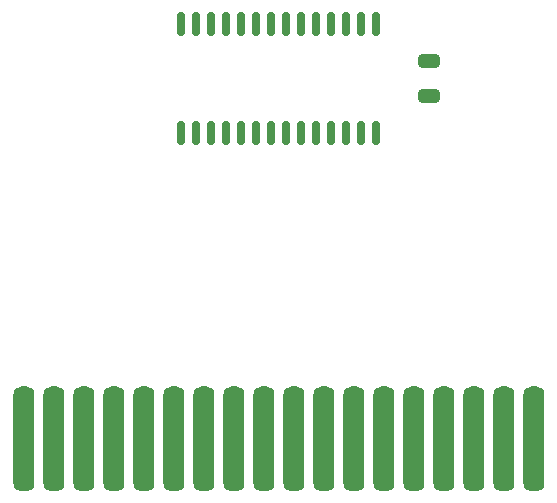
<source format=gbr>
%TF.GenerationSoftware,KiCad,Pcbnew,(6.0.0)*%
%TF.CreationDate,2022-01-01T20:47:22+01:00*%
%TF.ProjectId,vectrex,76656374-7265-4782-9e6b-696361645f70,rev?*%
%TF.SameCoordinates,Original*%
%TF.FileFunction,Paste,Top*%
%TF.FilePolarity,Positive*%
%FSLAX46Y46*%
G04 Gerber Fmt 4.6, Leading zero omitted, Abs format (unit mm)*
G04 Created by KiCad (PCBNEW (6.0.0)) date 2022-01-01 20:47:22*
%MOMM*%
%LPD*%
G01*
G04 APERTURE LIST*
G04 Aperture macros list*
%AMRoundRect*
0 Rectangle with rounded corners*
0 $1 Rounding radius*
0 $2 $3 $4 $5 $6 $7 $8 $9 X,Y pos of 4 corners*
0 Add a 4 corners polygon primitive as box body*
4,1,4,$2,$3,$4,$5,$6,$7,$8,$9,$2,$3,0*
0 Add four circle primitives for the rounded corners*
1,1,$1+$1,$2,$3*
1,1,$1+$1,$4,$5*
1,1,$1+$1,$6,$7*
1,1,$1+$1,$8,$9*
0 Add four rect primitives between the rounded corners*
20,1,$1+$1,$2,$3,$4,$5,0*
20,1,$1+$1,$4,$5,$6,$7,0*
20,1,$1+$1,$6,$7,$8,$9,0*
20,1,$1+$1,$8,$9,$2,$3,0*%
G04 Aperture macros list end*
%ADD10RoundRect,0.150000X-0.150000X0.875000X-0.150000X-0.875000X0.150000X-0.875000X0.150000X0.875000X0*%
%ADD11RoundRect,0.666750X-0.222250X-3.778250X0.222250X-3.778250X0.222250X3.778250X-0.222250X3.778250X0*%
%ADD12RoundRect,0.250000X0.650000X-0.325000X0.650000X0.325000X-0.650000X0.325000X-0.650000X-0.325000X0*%
G04 APERTURE END LIST*
D10*
%TO.C,U1*%
X165735000Y-79170000D03*
X164465000Y-79170000D03*
X163195000Y-79170000D03*
X161925000Y-79170000D03*
X160655000Y-79170000D03*
X159385000Y-79170000D03*
X158115000Y-79170000D03*
X156845000Y-79170000D03*
X155575000Y-79170000D03*
X154305000Y-79170000D03*
X153035000Y-79170000D03*
X151765000Y-79170000D03*
X150495000Y-79170000D03*
X149225000Y-79170000D03*
X149225000Y-88470000D03*
X150495000Y-88470000D03*
X151765000Y-88470000D03*
X153035000Y-88470000D03*
X154305000Y-88470000D03*
X155575000Y-88470000D03*
X156845000Y-88470000D03*
X158115000Y-88470000D03*
X159385000Y-88470000D03*
X160655000Y-88470000D03*
X161925000Y-88470000D03*
X163195000Y-88470000D03*
X164465000Y-88470000D03*
X165735000Y-88470000D03*
%TD*%
D11*
%TO.C,CON3*%
X179070000Y-114300000D03*
X176530000Y-114300000D03*
X173990000Y-114300000D03*
X171450000Y-114300000D03*
X168910000Y-114300000D03*
X166370000Y-114300000D03*
X163830000Y-114300000D03*
X161290000Y-114300000D03*
X158750000Y-114300000D03*
X156210000Y-114300000D03*
X153670000Y-114300000D03*
X151130000Y-114300000D03*
X148590000Y-114300000D03*
X146050000Y-114300000D03*
X143510000Y-114300000D03*
X140970000Y-114300000D03*
X138430000Y-114300000D03*
X135890000Y-114300000D03*
%TD*%
D12*
%TO.C,C1*%
X170180000Y-85295000D03*
X170180000Y-82345000D03*
%TD*%
M02*

</source>
